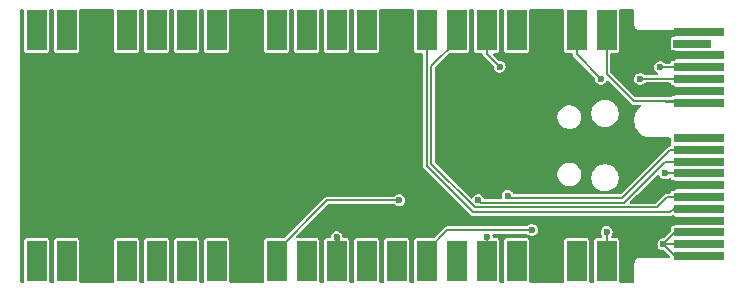
<source format=gbr>
%TF.GenerationSoftware,KiCad,Pcbnew,8.0.3*%
%TF.CreationDate,2024-06-27T21:13:00-04:00*%
%TF.ProjectId,pi-pico-mgmt-module,70692d70-6963-46f2-9d6d-676d742d6d6f,rev?*%
%TF.SameCoordinates,Original*%
%TF.FileFunction,Copper,L1,Top*%
%TF.FilePolarity,Positive*%
%FSLAX46Y46*%
G04 Gerber Fmt 4.6, Leading zero omitted, Abs format (unit mm)*
G04 Created by KiCad (PCBNEW 8.0.3) date 2024-06-27 21:13:00*
%MOMM*%
%LPD*%
G01*
G04 APERTURE LIST*
%TA.AperFunction,SMDPad,CuDef*%
%ADD10R,1.700000X3.500000*%
%TD*%
%TA.AperFunction,ConnectorPad*%
%ADD11R,4.300000X0.700000*%
%TD*%
%TA.AperFunction,ConnectorPad*%
%ADD12R,3.200000X0.700000*%
%TD*%
%TA.AperFunction,ViaPad*%
%ADD13C,0.600000*%
%TD*%
%TA.AperFunction,Conductor*%
%ADD14C,0.200000*%
%TD*%
%TA.AperFunction,Conductor*%
%ADD15C,0.400000*%
%TD*%
G04 APERTURE END LIST*
D10*
%TO.P,U1,1,GPIO0*%
%TO.N,SDA*%
X50160000Y-2250000D03*
%TO.P,U1,2,GPIO1*%
%TO.N,SCL*%
X47620000Y-2250000D03*
%TO.P,U1,3,GND*%
%TO.N,GND*%
X45080000Y-2250000D03*
%TO.P,U1,4,GPIO2*%
%TO.N,LED_DATA*%
X42540000Y-2250000D03*
%TO.P,U1,5,GPIO3*%
%TO.N,I2C_A2*%
X40000000Y-2250000D03*
%TO.P,U1,6,GPIO4*%
%TO.N,I2C_A1*%
X37460000Y-2250000D03*
%TO.P,U1,7,GPIO5*%
%TO.N,I2C_A0*%
X34920000Y-2250000D03*
%TO.P,U1,8,GND*%
%TO.N,GND*%
X32380000Y-2250000D03*
%TO.P,U1,9,GPIO6*%
%TO.N,unconnected-(U1-GPIO6-Pad9)*%
X29840000Y-2250000D03*
%TO.P,U1,10,GPIO7*%
%TO.N,unconnected-(U1-GPIO7-Pad10)*%
X27300000Y-2250000D03*
%TO.P,U1,11,GPIO8*%
%TO.N,unconnected-(U1-GPIO8-Pad11)*%
X24760000Y-2250000D03*
%TO.P,U1,12,GPIO9*%
%TO.N,unconnected-(U1-GPIO9-Pad12)*%
X22220000Y-2250000D03*
%TO.P,U1,13,GND*%
%TO.N,GND*%
X19680000Y-2250000D03*
%TO.P,U1,14,GPIO10*%
%TO.N,unconnected-(U1-GPIO10-Pad14)*%
X17140000Y-2250000D03*
%TO.P,U1,15,GPIO11*%
%TO.N,unconnected-(U1-GPIO11-Pad15)*%
X14600000Y-2250000D03*
%TO.P,U1,16,GPIO12*%
%TO.N,unconnected-(U1-GPIO12-Pad16)*%
X12060000Y-2250000D03*
%TO.P,U1,17,GPIO13*%
%TO.N,unconnected-(U1-GPIO13-Pad17)*%
X9520000Y-2250000D03*
%TO.P,U1,18,GND*%
%TO.N,GND*%
X6980000Y-2250000D03*
%TO.P,U1,19,GPIO14*%
%TO.N,unconnected-(U1-GPIO14-Pad19)*%
X4440000Y-2250000D03*
%TO.P,U1,20,GPIO15*%
%TO.N,unconnected-(U1-GPIO15-Pad20)*%
X1900000Y-2250000D03*
%TO.P,U1,21,GPIO16*%
%TO.N,WIZNET6*%
X1900000Y-21830000D03*
%TO.P,U1,22,GPIO17*%
%TO.N,WIZNET5*%
X4440000Y-21830000D03*
%TO.P,U1,23,GND*%
%TO.N,GND*%
X6980000Y-21830000D03*
%TO.P,U1,24,GPIO18*%
%TO.N,WIZNET4*%
X9520000Y-21830000D03*
%TO.P,U1,25,GPIO19*%
%TO.N,WIZNET3*%
X12060000Y-21830000D03*
%TO.P,U1,26,GPIO20*%
%TO.N,WIZNET2*%
X14600000Y-21830000D03*
%TO.P,U1,27,GPIO21*%
%TO.N,WIZNET1*%
X17140000Y-21830000D03*
%TO.P,U1,28,GND*%
%TO.N,GND*%
X19680000Y-21830000D03*
%TO.P,U1,29,GPIO22*%
%TO.N,I2C_RESET*%
X22220000Y-21830000D03*
%TO.P,U1,30,RUN*%
%TO.N,unconnected-(U1-RUN-Pad30)*%
X24760000Y-21830000D03*
%TO.P,U1,31,GPIO26_ADC0*%
%TO.N,Net-(U1-GPIO26_ADC0)*%
X27300000Y-21830000D03*
%TO.P,U1,32,GPIO27_ADC1*%
%TO.N,unconnected-(U1-GPIO27_ADC1-Pad32)*%
X29840000Y-21830000D03*
%TO.P,U1,33,AGND*%
%TO.N,unconnected-(U1-AGND-Pad33)*%
X32380000Y-21830000D03*
%TO.P,U1,34,GPIO28_ADC2*%
%TO.N,OVERLOAD*%
X34920000Y-21830000D03*
%TO.P,U1,35,ADC_VREF*%
%TO.N,unconnected-(U1-ADC_VREF-Pad35)*%
X37460000Y-21830000D03*
%TO.P,U1,36,3V3*%
%TO.N,VDD*%
X40000000Y-21830000D03*
%TO.P,U1,37,3V3_EN*%
%TO.N,unconnected-(U1-3V3_EN-Pad37)*%
X42540000Y-21830000D03*
%TO.P,U1,38,GND*%
%TO.N,GND*%
X45080000Y-21830000D03*
%TO.P,U1,39,VSYS*%
%TO.N,unconnected-(U1-VSYS-Pad39)*%
X47620000Y-21830000D03*
%TO.P,U1,40,VBUS*%
%TO.N,+5V*%
X50160000Y-21830000D03*
%TD*%
D11*
%TO.P,J1,B1,+12V*%
%TO.N,VIN*%
X57950000Y-21390000D03*
%TO.P,J1,B2,+12V*%
X57950000Y-20390000D03*
%TO.P,J1,B3,+12V*%
X57950000Y-19390000D03*
%TO.P,J1,B4,GND*%
%TO.N,GND*%
X57950000Y-18390000D03*
%TO.P,J1,B5,SMCLK*%
%TO.N,I2C_A0*%
X57950000Y-17390000D03*
%TO.P,J1,B6,SMDAT*%
%TO.N,I2C_A1*%
X57950000Y-16390000D03*
%TO.P,J1,B7,GND*%
%TO.N,GND*%
X57950000Y-15390000D03*
%TO.P,J1,B8,+3.3V*%
%TO.N,+5V*%
X57950000Y-14390000D03*
%TO.P,J1,B9,JTAG1*%
%TO.N,I2C_RESET*%
X57950000Y-13390000D03*
%TO.P,J1,B10,3.3Vaux*%
%TO.N,VDD*%
X57950000Y-12390000D03*
%TO.P,J1,B11,~{WAKE}*%
%TO.N,unconnected-(J1-~{WAKE}-PadB11)*%
X57950000Y-11390000D03*
%TO.P,J1,B12,RSVD*%
%TO.N,SDA*%
X57950000Y-8390000D03*
%TO.P,J1,B13,GND*%
%TO.N,GND*%
X57950000Y-7390000D03*
%TO.P,J1,B14,PETp0*%
%TO.N,SCL*%
X57950000Y-6390000D03*
%TO.P,J1,B15,PETn0*%
%TO.N,I2C_A2*%
X57950000Y-5390000D03*
%TO.P,J1,B16,GND*%
%TO.N,GND*%
X57950000Y-4390000D03*
D12*
%TO.P,J1,B17,~{PRSNT2}*%
%TO.N,unconnected-(J1-~{PRSNT2}-PadB17)*%
X57400000Y-3390000D03*
D11*
%TO.P,J1,B18,GND*%
%TO.N,GND*%
X57950000Y-2390000D03*
%TD*%
D13*
%TO.N,I2C_RESET*%
X39300000Y-16670000D03*
X32590000Y-16670000D03*
%TO.N,+5V*%
X55110000Y-14390000D03*
X50160000Y-19340000D03*
%TO.N,SCL*%
X49690000Y-6390000D03*
X53000000Y-6390000D03*
%TO.N,VIN*%
X54960000Y-20390000D03*
%TO.N,GND*%
X10000000Y-17000000D03*
X51170000Y-4740000D03*
X40000000Y-8000000D03*
X10000000Y-7000000D03*
X55100000Y-18400000D03*
X40000000Y-16000000D03*
X55100000Y-15600000D03*
X52360000Y-7130000D03*
%TO.N,I2C_A2*%
X54700000Y-5400000D03*
X41100000Y-5350000D03*
%TO.N,VDD*%
X40000000Y-19780000D03*
X41780000Y-16270000D03*
%TO.N,OVERLOAD*%
X43830000Y-19180000D03*
%TO.N,Net-(U1-GPIO26_ADC0)*%
X27300000Y-19800000D03*
%TD*%
D14*
%TO.N,I2C_RESET*%
X32590000Y-16670000D02*
X26480000Y-16670000D01*
X51630000Y-16870000D02*
X55110000Y-13390000D01*
X55110000Y-13390000D02*
X57950000Y-13390000D01*
X26480000Y-16670000D02*
X22220000Y-20930000D01*
X39500000Y-16870000D02*
X51630000Y-16870000D01*
X39300000Y-16670000D02*
X39500000Y-16870000D01*
%TO.N,+5V*%
X57950000Y-14390000D02*
X55110000Y-14390000D01*
X50160000Y-19340000D02*
X50160000Y-20930000D01*
%TO.N,I2C_A0*%
X38834314Y-17670000D02*
X55570000Y-17670000D01*
X55570000Y-17670000D02*
X55850000Y-17390000D01*
X34920000Y-3150000D02*
X34920000Y-13755686D01*
X55850000Y-17390000D02*
X57950000Y-17390000D01*
X34920000Y-13755686D02*
X38834314Y-17670000D01*
%TO.N,SDA*%
X50160000Y-5960000D02*
X52460000Y-8260000D01*
X52460000Y-8260000D02*
X55350000Y-8260000D01*
X50160000Y-3150000D02*
X50160000Y-5960000D01*
%TO.N,SCL*%
X47620000Y-4315000D02*
X47620000Y-3150000D01*
X49690000Y-6390000D02*
X49690000Y-6385000D01*
X49690000Y-6385000D02*
X47620000Y-4315000D01*
X57950000Y-6390000D02*
X53000000Y-6390000D01*
%TO.N,VIN*%
X55960000Y-19390000D02*
X57950000Y-19390000D01*
X54960000Y-20390000D02*
X57950000Y-20390000D01*
X55960000Y-21390000D02*
X57950000Y-21390000D01*
X54960000Y-20390000D02*
X55960000Y-21390000D01*
X54960000Y-20390000D02*
X55960000Y-19390000D01*
%TO.N,I2C_A2*%
X54710000Y-5390000D02*
X54700000Y-5400000D01*
X57950000Y-5390000D02*
X54710000Y-5390000D01*
X40000000Y-4250000D02*
X40000000Y-3150000D01*
X41100000Y-5350000D02*
X40000000Y-4250000D01*
%TO.N,VDD*%
X51464314Y-16470000D02*
X55544314Y-12390000D01*
X40000000Y-19780000D02*
X40000000Y-20930000D01*
X41980000Y-16470000D02*
X51464314Y-16470000D01*
X55544314Y-12390000D02*
X57950000Y-12390000D01*
X41780000Y-16270000D02*
X41980000Y-16470000D01*
%TO.N,I2C_A1*%
X57950000Y-16390000D02*
X55310000Y-16390000D01*
X39000000Y-17270000D02*
X35320000Y-13590000D01*
X35320000Y-13590000D02*
X35320000Y-5290000D01*
X55310000Y-16390000D02*
X54430000Y-17270000D01*
X35320000Y-5290000D02*
X37460000Y-3150000D01*
X54430000Y-17270000D02*
X39000000Y-17270000D01*
%TO.N,OVERLOAD*%
X43830000Y-19180000D02*
X36670000Y-19180000D01*
X36670000Y-19180000D02*
X34920000Y-20930000D01*
D15*
%TO.N,Net-(U1-GPIO26_ADC0)*%
X27300000Y-19800000D02*
X27300000Y-20930000D01*
%TD*%
%TA.AperFunction,Conductor*%
%TO.N,SDA*%
G36*
X56010000Y-8439500D02*
G01*
X55121500Y-8439500D01*
X55113368Y-8436132D01*
X55110000Y-8428000D01*
X55110000Y-8151500D01*
X55113368Y-8143368D01*
X55121500Y-8140000D01*
X56010000Y-8140000D01*
X56010000Y-8439500D01*
G37*
%TD.AperFunction*%
%TD*%
%TA.AperFunction,Conductor*%
%TO.N,GND*%
G36*
X792539Y-520185D02*
G01*
X838294Y-572989D01*
X849500Y-624500D01*
X849500Y-4019752D01*
X861131Y-4078229D01*
X861132Y-4078230D01*
X905447Y-4144552D01*
X971769Y-4188867D01*
X971770Y-4188868D01*
X1030247Y-4200499D01*
X1030250Y-4200500D01*
X1030252Y-4200500D01*
X2769750Y-4200500D01*
X2769751Y-4200499D01*
X2784568Y-4197552D01*
X2828229Y-4188868D01*
X2828229Y-4188867D01*
X2828231Y-4188867D01*
X2894552Y-4144552D01*
X2938867Y-4078231D01*
X2938867Y-4078229D01*
X2938868Y-4078229D01*
X2950499Y-4019752D01*
X2950500Y-4019750D01*
X2950500Y-624500D01*
X2970185Y-557461D01*
X3022989Y-511706D01*
X3074500Y-500500D01*
X3265500Y-500500D01*
X3332539Y-520185D01*
X3378294Y-572989D01*
X3389500Y-624500D01*
X3389500Y-4019752D01*
X3401131Y-4078229D01*
X3401132Y-4078230D01*
X3445447Y-4144552D01*
X3511769Y-4188867D01*
X3511770Y-4188868D01*
X3570247Y-4200499D01*
X3570250Y-4200500D01*
X3570252Y-4200500D01*
X5309750Y-4200500D01*
X5309751Y-4200499D01*
X5324568Y-4197552D01*
X5368229Y-4188868D01*
X5368229Y-4188867D01*
X5368231Y-4188867D01*
X5434552Y-4144552D01*
X5478867Y-4078231D01*
X5478867Y-4078229D01*
X5478868Y-4078229D01*
X5490499Y-4019752D01*
X5490500Y-4019750D01*
X5490500Y-624500D01*
X5510185Y-557461D01*
X5562989Y-511706D01*
X5614500Y-500500D01*
X8345500Y-500500D01*
X8412539Y-520185D01*
X8458294Y-572989D01*
X8469500Y-624500D01*
X8469500Y-4019752D01*
X8481131Y-4078229D01*
X8481132Y-4078230D01*
X8525447Y-4144552D01*
X8591769Y-4188867D01*
X8591770Y-4188868D01*
X8650247Y-4200499D01*
X8650250Y-4200500D01*
X8650252Y-4200500D01*
X10389750Y-4200500D01*
X10389751Y-4200499D01*
X10404568Y-4197552D01*
X10448229Y-4188868D01*
X10448229Y-4188867D01*
X10448231Y-4188867D01*
X10514552Y-4144552D01*
X10558867Y-4078231D01*
X10558867Y-4078229D01*
X10558868Y-4078229D01*
X10570499Y-4019752D01*
X10570500Y-4019750D01*
X10570500Y-624500D01*
X10590185Y-557461D01*
X10642989Y-511706D01*
X10694500Y-500500D01*
X10885500Y-500500D01*
X10952539Y-520185D01*
X10998294Y-572989D01*
X11009500Y-624500D01*
X11009500Y-4019752D01*
X11021131Y-4078229D01*
X11021132Y-4078230D01*
X11065447Y-4144552D01*
X11131769Y-4188867D01*
X11131770Y-4188868D01*
X11190247Y-4200499D01*
X11190250Y-4200500D01*
X11190252Y-4200500D01*
X12929750Y-4200500D01*
X12929751Y-4200499D01*
X12944568Y-4197552D01*
X12988229Y-4188868D01*
X12988229Y-4188867D01*
X12988231Y-4188867D01*
X13054552Y-4144552D01*
X13098867Y-4078231D01*
X13098867Y-4078229D01*
X13098868Y-4078229D01*
X13110499Y-4019752D01*
X13110500Y-4019750D01*
X13110500Y-624500D01*
X13130185Y-557461D01*
X13182989Y-511706D01*
X13234500Y-500500D01*
X13425500Y-500500D01*
X13492539Y-520185D01*
X13538294Y-572989D01*
X13549500Y-624500D01*
X13549500Y-4019752D01*
X13561131Y-4078229D01*
X13561132Y-4078230D01*
X13605447Y-4144552D01*
X13671769Y-4188867D01*
X13671770Y-4188868D01*
X13730247Y-4200499D01*
X13730250Y-4200500D01*
X13730252Y-4200500D01*
X15469750Y-4200500D01*
X15469751Y-4200499D01*
X15484568Y-4197552D01*
X15528229Y-4188868D01*
X15528229Y-4188867D01*
X15528231Y-4188867D01*
X15594552Y-4144552D01*
X15638867Y-4078231D01*
X15638867Y-4078229D01*
X15638868Y-4078229D01*
X15650499Y-4019752D01*
X15650500Y-4019750D01*
X15650500Y-624500D01*
X15670185Y-557461D01*
X15722989Y-511706D01*
X15774500Y-500500D01*
X15965500Y-500500D01*
X16032539Y-520185D01*
X16078294Y-572989D01*
X16089500Y-624500D01*
X16089500Y-4019752D01*
X16101131Y-4078229D01*
X16101132Y-4078230D01*
X16145447Y-4144552D01*
X16211769Y-4188867D01*
X16211770Y-4188868D01*
X16270247Y-4200499D01*
X16270250Y-4200500D01*
X16270252Y-4200500D01*
X18009750Y-4200500D01*
X18009751Y-4200499D01*
X18024568Y-4197552D01*
X18068229Y-4188868D01*
X18068229Y-4188867D01*
X18068231Y-4188867D01*
X18134552Y-4144552D01*
X18178867Y-4078231D01*
X18178867Y-4078229D01*
X18178868Y-4078229D01*
X18190499Y-4019752D01*
X18190500Y-4019750D01*
X18190500Y-624500D01*
X18210185Y-557461D01*
X18262989Y-511706D01*
X18314500Y-500500D01*
X21045500Y-500500D01*
X21112539Y-520185D01*
X21158294Y-572989D01*
X21169500Y-624500D01*
X21169500Y-4019752D01*
X21181131Y-4078229D01*
X21181132Y-4078230D01*
X21225447Y-4144552D01*
X21291769Y-4188867D01*
X21291770Y-4188868D01*
X21350247Y-4200499D01*
X21350250Y-4200500D01*
X21350252Y-4200500D01*
X23089750Y-4200500D01*
X23089751Y-4200499D01*
X23104568Y-4197552D01*
X23148229Y-4188868D01*
X23148229Y-4188867D01*
X23148231Y-4188867D01*
X23214552Y-4144552D01*
X23258867Y-4078231D01*
X23258867Y-4078229D01*
X23258868Y-4078229D01*
X23270499Y-4019752D01*
X23270500Y-4019750D01*
X23270500Y-624500D01*
X23290185Y-557461D01*
X23342989Y-511706D01*
X23394500Y-500500D01*
X23585500Y-500500D01*
X23652539Y-520185D01*
X23698294Y-572989D01*
X23709500Y-624500D01*
X23709500Y-4019752D01*
X23721131Y-4078229D01*
X23721132Y-4078230D01*
X23765447Y-4144552D01*
X23831769Y-4188867D01*
X23831770Y-4188868D01*
X23890247Y-4200499D01*
X23890250Y-4200500D01*
X23890252Y-4200500D01*
X25629750Y-4200500D01*
X25629751Y-4200499D01*
X25644568Y-4197552D01*
X25688229Y-4188868D01*
X25688229Y-4188867D01*
X25688231Y-4188867D01*
X25754552Y-4144552D01*
X25798867Y-4078231D01*
X25798867Y-4078229D01*
X25798868Y-4078229D01*
X25810499Y-4019752D01*
X25810500Y-4019750D01*
X25810500Y-624500D01*
X25830185Y-557461D01*
X25882989Y-511706D01*
X25934500Y-500500D01*
X26125500Y-500500D01*
X26192539Y-520185D01*
X26238294Y-572989D01*
X26249500Y-624500D01*
X26249500Y-4019752D01*
X26261131Y-4078229D01*
X26261132Y-4078230D01*
X26305447Y-4144552D01*
X26371769Y-4188867D01*
X26371770Y-4188868D01*
X26430247Y-4200499D01*
X26430250Y-4200500D01*
X26430252Y-4200500D01*
X28169750Y-4200500D01*
X28169751Y-4200499D01*
X28184568Y-4197552D01*
X28228229Y-4188868D01*
X28228229Y-4188867D01*
X28228231Y-4188867D01*
X28294552Y-4144552D01*
X28338867Y-4078231D01*
X28338867Y-4078229D01*
X28338868Y-4078229D01*
X28350499Y-4019752D01*
X28350500Y-4019750D01*
X28350500Y-624500D01*
X28370185Y-557461D01*
X28422989Y-511706D01*
X28474500Y-500500D01*
X28665500Y-500500D01*
X28732539Y-520185D01*
X28778294Y-572989D01*
X28789500Y-624500D01*
X28789500Y-4019752D01*
X28801131Y-4078229D01*
X28801132Y-4078230D01*
X28845447Y-4144552D01*
X28911769Y-4188867D01*
X28911770Y-4188868D01*
X28970247Y-4200499D01*
X28970250Y-4200500D01*
X28970252Y-4200500D01*
X30709750Y-4200500D01*
X30709751Y-4200499D01*
X30724568Y-4197552D01*
X30768229Y-4188868D01*
X30768229Y-4188867D01*
X30768231Y-4188867D01*
X30834552Y-4144552D01*
X30878867Y-4078231D01*
X30878867Y-4078229D01*
X30878868Y-4078229D01*
X30890499Y-4019752D01*
X30890500Y-4019750D01*
X30890500Y-624500D01*
X30910185Y-557461D01*
X30962989Y-511706D01*
X31014500Y-500500D01*
X33745500Y-500500D01*
X33812539Y-520185D01*
X33858294Y-572989D01*
X33869500Y-624500D01*
X33869500Y-4019752D01*
X33881131Y-4078229D01*
X33881132Y-4078230D01*
X33925447Y-4144552D01*
X33991769Y-4188867D01*
X33991770Y-4188868D01*
X34050247Y-4200499D01*
X34050250Y-4200500D01*
X34050252Y-4200500D01*
X34495500Y-4200500D01*
X34562539Y-4220185D01*
X34608294Y-4272989D01*
X34619500Y-4324500D01*
X34619500Y-13795248D01*
X34628067Y-13827218D01*
X34639979Y-13871677D01*
X34639981Y-13871680D01*
X34672996Y-13928862D01*
X34672997Y-13928868D01*
X34672999Y-13928868D01*
X34679538Y-13940194D01*
X34679541Y-13940199D01*
X36654843Y-15915500D01*
X38593854Y-17854511D01*
X38649803Y-17910460D01*
X38649805Y-17910461D01*
X38649809Y-17910464D01*
X38693790Y-17935856D01*
X38718325Y-17950021D01*
X38794752Y-17970500D01*
X38794754Y-17970500D01*
X55609560Y-17970500D01*
X55609562Y-17970500D01*
X55685989Y-17950021D01*
X55685997Y-17950015D01*
X55693493Y-17946912D01*
X55694482Y-17949300D01*
X55749877Y-17935856D01*
X55768175Y-17938097D01*
X55780252Y-17940500D01*
X55780254Y-17940500D01*
X55876000Y-17940500D01*
X55943039Y-17960185D01*
X55988794Y-18012989D01*
X56000000Y-18064500D01*
X56000000Y-18715500D01*
X55980315Y-18782539D01*
X55927511Y-18828294D01*
X55876000Y-18839500D01*
X55780247Y-18839500D01*
X55721770Y-18851131D01*
X55721769Y-18851132D01*
X55655447Y-18895447D01*
X55611132Y-18961769D01*
X55611131Y-18961770D01*
X55599500Y-19020247D01*
X55599500Y-19274166D01*
X55579815Y-19341205D01*
X55563181Y-19361847D01*
X55071847Y-19853181D01*
X55010524Y-19886666D01*
X54984166Y-19889500D01*
X54888036Y-19889500D01*
X54749949Y-19930045D01*
X54628873Y-20007856D01*
X54534623Y-20116626D01*
X54534622Y-20116628D01*
X54474834Y-20247543D01*
X54454353Y-20390000D01*
X54474834Y-20532456D01*
X54534622Y-20663371D01*
X54534623Y-20663373D01*
X54628872Y-20772143D01*
X54749947Y-20849953D01*
X54749950Y-20849954D01*
X54749949Y-20849954D01*
X54857107Y-20881417D01*
X54886336Y-20890000D01*
X54888036Y-20890499D01*
X54888038Y-20890500D01*
X54984167Y-20890500D01*
X55051206Y-20910185D01*
X55071848Y-20926819D01*
X55472848Y-21327819D01*
X55506333Y-21389142D01*
X55501349Y-21458834D01*
X55459477Y-21514767D01*
X55394013Y-21539184D01*
X55385167Y-21539500D01*
X52934108Y-21539500D01*
X52806812Y-21573608D01*
X52692686Y-21639500D01*
X52692683Y-21639502D01*
X52599502Y-21732683D01*
X52599500Y-21732686D01*
X52533608Y-21846812D01*
X52499500Y-21974108D01*
X52499500Y-23515500D01*
X52479815Y-23582539D01*
X52427011Y-23628294D01*
X52375500Y-23639500D01*
X51334500Y-23639500D01*
X51267461Y-23619815D01*
X51221706Y-23567011D01*
X51210500Y-23515500D01*
X51210500Y-20060249D01*
X51210499Y-20060247D01*
X51198868Y-20001770D01*
X51198867Y-20001769D01*
X51154552Y-19935447D01*
X51088230Y-19891132D01*
X51088229Y-19891131D01*
X51029752Y-19879500D01*
X51029748Y-19879500D01*
X50626299Y-19879500D01*
X50559260Y-19859815D01*
X50513505Y-19807011D01*
X50503561Y-19737853D01*
X50532586Y-19674297D01*
X50585377Y-19613373D01*
X50645165Y-19482457D01*
X50665647Y-19340000D01*
X50645165Y-19197543D01*
X50585377Y-19066627D01*
X50491128Y-18957857D01*
X50370053Y-18880047D01*
X50370051Y-18880046D01*
X50370049Y-18880045D01*
X50370050Y-18880045D01*
X50231963Y-18839500D01*
X50231961Y-18839500D01*
X50088039Y-18839500D01*
X50088036Y-18839500D01*
X49949949Y-18880045D01*
X49828873Y-18957856D01*
X49734623Y-19066626D01*
X49734622Y-19066628D01*
X49674834Y-19197543D01*
X49654353Y-19340000D01*
X49674834Y-19482456D01*
X49695007Y-19526627D01*
X49734623Y-19613373D01*
X49781800Y-19667819D01*
X49787414Y-19674297D01*
X49816439Y-19737853D01*
X49806495Y-19807012D01*
X49760740Y-19859816D01*
X49693701Y-19879500D01*
X49290247Y-19879500D01*
X49231770Y-19891131D01*
X49231769Y-19891132D01*
X49165447Y-19935447D01*
X49121132Y-20001769D01*
X49121131Y-20001770D01*
X49109500Y-20060247D01*
X49109500Y-23515500D01*
X49089815Y-23582539D01*
X49037011Y-23628294D01*
X48985500Y-23639500D01*
X48794500Y-23639500D01*
X48727461Y-23619815D01*
X48681706Y-23567011D01*
X48670500Y-23515500D01*
X48670500Y-20060249D01*
X48670499Y-20060247D01*
X48658868Y-20001770D01*
X48658867Y-20001769D01*
X48614552Y-19935447D01*
X48548230Y-19891132D01*
X48548229Y-19891131D01*
X48489752Y-19879500D01*
X48489748Y-19879500D01*
X46750252Y-19879500D01*
X46750247Y-19879500D01*
X46691770Y-19891131D01*
X46691769Y-19891132D01*
X46625447Y-19935447D01*
X46581132Y-20001769D01*
X46581131Y-20001770D01*
X46569500Y-20060247D01*
X46569500Y-23515500D01*
X46549815Y-23582539D01*
X46497011Y-23628294D01*
X46445500Y-23639500D01*
X43714500Y-23639500D01*
X43647461Y-23619815D01*
X43601706Y-23567011D01*
X43590500Y-23515500D01*
X43590500Y-20060249D01*
X43590499Y-20060247D01*
X43578868Y-20001770D01*
X43578867Y-20001769D01*
X43534552Y-19935447D01*
X43468230Y-19891132D01*
X43468229Y-19891131D01*
X43409752Y-19879500D01*
X43409748Y-19879500D01*
X41670252Y-19879500D01*
X41670247Y-19879500D01*
X41611770Y-19891131D01*
X41611769Y-19891132D01*
X41545447Y-19935447D01*
X41501132Y-20001769D01*
X41501131Y-20001770D01*
X41489500Y-20060247D01*
X41489500Y-23515500D01*
X41469815Y-23582539D01*
X41417011Y-23628294D01*
X41365500Y-23639500D01*
X41174500Y-23639500D01*
X41107461Y-23619815D01*
X41061706Y-23567011D01*
X41050500Y-23515500D01*
X41050500Y-20060249D01*
X41050499Y-20060247D01*
X41038868Y-20001770D01*
X41038867Y-20001769D01*
X40994552Y-19935447D01*
X40928230Y-19891132D01*
X40928229Y-19891131D01*
X40869752Y-19879500D01*
X40869748Y-19879500D01*
X40627400Y-19879500D01*
X40560361Y-19859815D01*
X40514606Y-19807011D01*
X40504662Y-19773147D01*
X40483903Y-19628765D01*
X40485720Y-19628503D01*
X40485722Y-19569562D01*
X40523498Y-19510785D01*
X40587055Y-19481762D01*
X40604698Y-19480500D01*
X43371499Y-19480500D01*
X43438538Y-19500185D01*
X43465211Y-19523296D01*
X43498872Y-19562143D01*
X43619947Y-19639953D01*
X43619950Y-19639954D01*
X43619949Y-19639954D01*
X43758036Y-19680499D01*
X43758038Y-19680500D01*
X43758039Y-19680500D01*
X43901962Y-19680500D01*
X43901962Y-19680499D01*
X44040053Y-19639953D01*
X44161128Y-19562143D01*
X44255377Y-19453373D01*
X44315165Y-19322457D01*
X44335647Y-19180000D01*
X44315165Y-19037543D01*
X44255377Y-18906627D01*
X44161128Y-18797857D01*
X44040053Y-18720047D01*
X44040051Y-18720046D01*
X44040049Y-18720045D01*
X44040050Y-18720045D01*
X43901963Y-18679500D01*
X43901961Y-18679500D01*
X43758039Y-18679500D01*
X43758036Y-18679500D01*
X43619949Y-18720045D01*
X43498873Y-18797856D01*
X43465212Y-18836703D01*
X43406433Y-18874477D01*
X43371499Y-18879500D01*
X36630438Y-18879500D01*
X36554010Y-18899978D01*
X36485489Y-18939540D01*
X36485486Y-18939542D01*
X35581848Y-19843181D01*
X35520525Y-19876666D01*
X35494167Y-19879500D01*
X34050247Y-19879500D01*
X33991770Y-19891131D01*
X33991769Y-19891132D01*
X33925447Y-19935447D01*
X33881132Y-20001769D01*
X33881131Y-20001770D01*
X33869500Y-20060247D01*
X33869500Y-23515500D01*
X33849815Y-23582539D01*
X33797011Y-23628294D01*
X33745500Y-23639500D01*
X33554500Y-23639500D01*
X33487461Y-23619815D01*
X33441706Y-23567011D01*
X33430500Y-23515500D01*
X33430500Y-20060249D01*
X33430499Y-20060247D01*
X33418868Y-20001770D01*
X33418867Y-20001769D01*
X33374552Y-19935447D01*
X33308230Y-19891132D01*
X33308229Y-19891131D01*
X33249752Y-19879500D01*
X33249748Y-19879500D01*
X31510252Y-19879500D01*
X31510247Y-19879500D01*
X31451770Y-19891131D01*
X31451769Y-19891132D01*
X31385447Y-19935447D01*
X31341132Y-20001769D01*
X31341131Y-20001770D01*
X31329500Y-20060247D01*
X31329500Y-23515500D01*
X31309815Y-23582539D01*
X31257011Y-23628294D01*
X31205500Y-23639500D01*
X31014500Y-23639500D01*
X30947461Y-23619815D01*
X30901706Y-23567011D01*
X30890500Y-23515500D01*
X30890500Y-20060249D01*
X30890499Y-20060247D01*
X30878868Y-20001770D01*
X30878867Y-20001769D01*
X30834552Y-19935447D01*
X30768230Y-19891132D01*
X30768229Y-19891131D01*
X30709752Y-19879500D01*
X30709748Y-19879500D01*
X28970252Y-19879500D01*
X28970247Y-19879500D01*
X28911770Y-19891131D01*
X28911769Y-19891132D01*
X28845447Y-19935447D01*
X28801132Y-20001769D01*
X28801131Y-20001770D01*
X28789500Y-20060247D01*
X28789500Y-23515500D01*
X28769815Y-23582539D01*
X28717011Y-23628294D01*
X28665500Y-23639500D01*
X28474500Y-23639500D01*
X28407461Y-23619815D01*
X28361706Y-23567011D01*
X28350500Y-23515500D01*
X28350500Y-20060249D01*
X28350499Y-20060247D01*
X28338868Y-20001770D01*
X28338867Y-20001769D01*
X28294552Y-19935447D01*
X28228230Y-19891132D01*
X28228229Y-19891131D01*
X28169752Y-19879500D01*
X28169748Y-19879500D01*
X27924524Y-19879500D01*
X27857485Y-19859815D01*
X27811730Y-19807011D01*
X27801786Y-19773147D01*
X27785165Y-19657543D01*
X27744985Y-19569562D01*
X27725377Y-19526627D01*
X27631128Y-19417857D01*
X27510053Y-19340047D01*
X27510051Y-19340046D01*
X27510049Y-19340045D01*
X27510050Y-19340045D01*
X27371963Y-19299500D01*
X27371961Y-19299500D01*
X27228039Y-19299500D01*
X27228036Y-19299500D01*
X27089949Y-19340045D01*
X26968873Y-19417856D01*
X26874623Y-19526626D01*
X26874622Y-19526628D01*
X26814834Y-19657543D01*
X26798214Y-19773147D01*
X26769189Y-19836702D01*
X26710411Y-19874477D01*
X26675476Y-19879500D01*
X26430247Y-19879500D01*
X26371770Y-19891131D01*
X26371769Y-19891132D01*
X26305447Y-19935447D01*
X26261132Y-20001769D01*
X26261131Y-20001770D01*
X26249500Y-20060247D01*
X26249500Y-23515500D01*
X26229815Y-23582539D01*
X26177011Y-23628294D01*
X26125500Y-23639500D01*
X25934500Y-23639500D01*
X25867461Y-23619815D01*
X25821706Y-23567011D01*
X25810500Y-23515500D01*
X25810500Y-20060249D01*
X25810499Y-20060247D01*
X25798868Y-20001770D01*
X25798867Y-20001769D01*
X25754552Y-19935447D01*
X25688230Y-19891132D01*
X25688229Y-19891131D01*
X25629752Y-19879500D01*
X25629748Y-19879500D01*
X23994833Y-19879500D01*
X23927794Y-19859815D01*
X23882039Y-19807011D01*
X23872095Y-19737853D01*
X23901120Y-19674297D01*
X23907152Y-19667819D01*
X26568152Y-17006819D01*
X26629475Y-16973334D01*
X26655833Y-16970500D01*
X32131499Y-16970500D01*
X32198538Y-16990185D01*
X32225211Y-17013296D01*
X32258872Y-17052143D01*
X32379947Y-17129953D01*
X32379950Y-17129954D01*
X32379949Y-17129954D01*
X32518036Y-17170499D01*
X32518038Y-17170500D01*
X32518039Y-17170500D01*
X32661962Y-17170500D01*
X32661962Y-17170499D01*
X32800053Y-17129953D01*
X32921128Y-17052143D01*
X33015377Y-16943373D01*
X33075165Y-16812457D01*
X33095647Y-16670000D01*
X33075165Y-16527543D01*
X33015377Y-16396627D01*
X32921128Y-16287857D01*
X32800053Y-16210047D01*
X32800051Y-16210046D01*
X32800049Y-16210045D01*
X32800050Y-16210045D01*
X32661963Y-16169500D01*
X32661961Y-16169500D01*
X32518039Y-16169500D01*
X32518036Y-16169500D01*
X32379949Y-16210045D01*
X32258873Y-16287856D01*
X32225212Y-16326703D01*
X32166433Y-16364477D01*
X32131499Y-16369500D01*
X26440438Y-16369500D01*
X26364010Y-16389978D01*
X26295489Y-16429540D01*
X26295486Y-16429542D01*
X22881848Y-19843181D01*
X22820525Y-19876666D01*
X22794167Y-19879500D01*
X21350247Y-19879500D01*
X21291770Y-19891131D01*
X21291769Y-19891132D01*
X21225447Y-19935447D01*
X21181132Y-20001769D01*
X21181131Y-20001770D01*
X21169500Y-20060247D01*
X21169500Y-23515500D01*
X21149815Y-23582539D01*
X21097011Y-23628294D01*
X21045500Y-23639500D01*
X18314500Y-23639500D01*
X18247461Y-23619815D01*
X18201706Y-23567011D01*
X18190500Y-23515500D01*
X18190500Y-20060249D01*
X18190499Y-20060247D01*
X18178868Y-20001770D01*
X18178867Y-20001769D01*
X18134552Y-19935447D01*
X18068230Y-19891132D01*
X18068229Y-19891131D01*
X18009752Y-19879500D01*
X18009748Y-19879500D01*
X16270252Y-19879500D01*
X16270247Y-19879500D01*
X16211770Y-19891131D01*
X16211769Y-19891132D01*
X16145447Y-19935447D01*
X16101132Y-20001769D01*
X16101131Y-20001770D01*
X16089500Y-20060247D01*
X16089500Y-23515500D01*
X16069815Y-23582539D01*
X16017011Y-23628294D01*
X15965500Y-23639500D01*
X15774500Y-23639500D01*
X15707461Y-23619815D01*
X15661706Y-23567011D01*
X15650500Y-23515500D01*
X15650500Y-20060249D01*
X15650499Y-20060247D01*
X15638868Y-20001770D01*
X15638867Y-20001769D01*
X15594552Y-19935447D01*
X15528230Y-19891132D01*
X15528229Y-19891131D01*
X15469752Y-19879500D01*
X15469748Y-19879500D01*
X13730252Y-19879500D01*
X13730247Y-19879500D01*
X13671770Y-19891131D01*
X13671769Y-19891132D01*
X13605447Y-19935447D01*
X13561132Y-20001769D01*
X13561131Y-20001770D01*
X13549500Y-20060247D01*
X13549500Y-23515500D01*
X13529815Y-23582539D01*
X13477011Y-23628294D01*
X13425500Y-23639500D01*
X13234500Y-23639500D01*
X13167461Y-23619815D01*
X13121706Y-23567011D01*
X13110500Y-23515500D01*
X13110500Y-20060249D01*
X13110499Y-20060247D01*
X13098868Y-20001770D01*
X13098867Y-20001769D01*
X13054552Y-19935447D01*
X12988230Y-19891132D01*
X12988229Y-19891131D01*
X12929752Y-19879500D01*
X12929748Y-19879500D01*
X11190252Y-19879500D01*
X11190247Y-19879500D01*
X11131770Y-19891131D01*
X11131769Y-19891132D01*
X11065447Y-19935447D01*
X11021132Y-20001769D01*
X11021131Y-20001770D01*
X11009500Y-20060247D01*
X11009500Y-23515500D01*
X10989815Y-23582539D01*
X10937011Y-23628294D01*
X10885500Y-23639500D01*
X10694500Y-23639500D01*
X10627461Y-23619815D01*
X10581706Y-23567011D01*
X10570500Y-23515500D01*
X10570500Y-20060249D01*
X10570499Y-20060247D01*
X10558868Y-20001770D01*
X10558867Y-20001769D01*
X10514552Y-19935447D01*
X10448230Y-19891132D01*
X10448229Y-19891131D01*
X10389752Y-19879500D01*
X10389748Y-19879500D01*
X8650252Y-19879500D01*
X8650247Y-19879500D01*
X8591770Y-19891131D01*
X8591769Y-19891132D01*
X8525447Y-19935447D01*
X8481132Y-20001769D01*
X8481131Y-20001770D01*
X8469500Y-20060247D01*
X8469500Y-23515500D01*
X8449815Y-23582539D01*
X8397011Y-23628294D01*
X8345500Y-23639500D01*
X5614500Y-23639500D01*
X5547461Y-23619815D01*
X5501706Y-23567011D01*
X5490500Y-23515500D01*
X5490500Y-20060249D01*
X5490499Y-20060247D01*
X5478868Y-20001770D01*
X5478867Y-20001769D01*
X5434552Y-19935447D01*
X5368230Y-19891132D01*
X5368229Y-19891131D01*
X5309752Y-19879500D01*
X5309748Y-19879500D01*
X3570252Y-19879500D01*
X3570247Y-19879500D01*
X3511770Y-19891131D01*
X3511769Y-19891132D01*
X3445447Y-19935447D01*
X3401132Y-20001769D01*
X3401131Y-20001770D01*
X3389500Y-20060247D01*
X3389500Y-23515500D01*
X3369815Y-23582539D01*
X3317011Y-23628294D01*
X3265500Y-23639500D01*
X3074500Y-23639500D01*
X3007461Y-23619815D01*
X2961706Y-23567011D01*
X2950500Y-23515500D01*
X2950500Y-20060249D01*
X2950499Y-20060247D01*
X2938868Y-20001770D01*
X2938867Y-20001769D01*
X2894552Y-19935447D01*
X2828230Y-19891132D01*
X2828229Y-19891131D01*
X2769752Y-19879500D01*
X2769748Y-19879500D01*
X1030252Y-19879500D01*
X1030247Y-19879500D01*
X971770Y-19891131D01*
X971769Y-19891132D01*
X905447Y-19935447D01*
X861132Y-20001769D01*
X861131Y-20001770D01*
X849500Y-20060247D01*
X849500Y-23515500D01*
X829815Y-23582539D01*
X777011Y-23628294D01*
X725500Y-23639500D01*
X624500Y-23639500D01*
X557461Y-23619815D01*
X511706Y-23567011D01*
X500500Y-23515500D01*
X500500Y-624500D01*
X520185Y-557461D01*
X572989Y-511706D01*
X624500Y-500500D01*
X725500Y-500500D01*
X792539Y-520185D01*
G37*
%TD.AperFunction*%
%TA.AperFunction,Conductor*%
G36*
X54556730Y-14470753D02*
G01*
X54612663Y-14512625D01*
X54626188Y-14535419D01*
X54684623Y-14663373D01*
X54778872Y-14772143D01*
X54899947Y-14849953D01*
X54899950Y-14849954D01*
X54899949Y-14849954D01*
X55038036Y-14890499D01*
X55038038Y-14890500D01*
X55038039Y-14890500D01*
X55181962Y-14890500D01*
X55181962Y-14890499D01*
X55320050Y-14849954D01*
X55320051Y-14849954D01*
X55320053Y-14849953D01*
X55436048Y-14775407D01*
X55503087Y-14755723D01*
X55570126Y-14775407D01*
X55606189Y-14810832D01*
X55655447Y-14884552D01*
X55721769Y-14928867D01*
X55721770Y-14928868D01*
X55780247Y-14940499D01*
X55780250Y-14940500D01*
X55876000Y-14940500D01*
X55943039Y-14960185D01*
X55988794Y-15012989D01*
X56000000Y-15064500D01*
X56000000Y-15715500D01*
X55980315Y-15782539D01*
X55927511Y-15828294D01*
X55876000Y-15839500D01*
X55780247Y-15839500D01*
X55721770Y-15851131D01*
X55721769Y-15851132D01*
X55655447Y-15895447D01*
X55611132Y-15961769D01*
X55611132Y-15961770D01*
X55605578Y-15989692D01*
X55573193Y-16051603D01*
X55512477Y-16086177D01*
X55483961Y-16089500D01*
X55270438Y-16089500D01*
X55232224Y-16099739D01*
X55194009Y-16109979D01*
X55194008Y-16109980D01*
X55133879Y-16144696D01*
X55125492Y-16149538D01*
X55125486Y-16149542D01*
X54341848Y-16933181D01*
X54280525Y-16966666D01*
X54254167Y-16969500D01*
X52254833Y-16969500D01*
X52187794Y-16949815D01*
X52142039Y-16897011D01*
X52132095Y-16827853D01*
X52161120Y-16764297D01*
X52167152Y-16757819D01*
X52714926Y-16210045D01*
X54425717Y-14499252D01*
X54487038Y-14465769D01*
X54556730Y-14470753D01*
G37*
%TD.AperFunction*%
%TA.AperFunction,Conductor*%
G36*
X38892539Y-520185D02*
G01*
X38938294Y-572989D01*
X38949500Y-624500D01*
X38949500Y-4019752D01*
X38961131Y-4078229D01*
X38961132Y-4078230D01*
X39005447Y-4144552D01*
X39071769Y-4188867D01*
X39071770Y-4188868D01*
X39130247Y-4200499D01*
X39130250Y-4200500D01*
X39130252Y-4200500D01*
X39580488Y-4200500D01*
X39647527Y-4220185D01*
X39693282Y-4272989D01*
X39700259Y-4292395D01*
X39715590Y-4349611D01*
X39719979Y-4365990D01*
X39719980Y-4365991D01*
X39757506Y-4430988D01*
X39757508Y-4430991D01*
X39759539Y-4434510D01*
X40560604Y-5235575D01*
X40594089Y-5296898D01*
X40595661Y-5340902D01*
X40594353Y-5349999D01*
X40614834Y-5492456D01*
X40637669Y-5542456D01*
X40674623Y-5623373D01*
X40768872Y-5732143D01*
X40889947Y-5809953D01*
X40889950Y-5809954D01*
X40889949Y-5809954D01*
X41028036Y-5850499D01*
X41028038Y-5850500D01*
X41028039Y-5850500D01*
X41171962Y-5850500D01*
X41171962Y-5850499D01*
X41310053Y-5809953D01*
X41431128Y-5732143D01*
X41525377Y-5623373D01*
X41585165Y-5492457D01*
X41605647Y-5350000D01*
X41585165Y-5207543D01*
X41525377Y-5076627D01*
X41431128Y-4967857D01*
X41310053Y-4890047D01*
X41310051Y-4890046D01*
X41310049Y-4890045D01*
X41310050Y-4890045D01*
X41171963Y-4849500D01*
X41171961Y-4849500D01*
X41075833Y-4849500D01*
X41008794Y-4829815D01*
X40988152Y-4813181D01*
X40587152Y-4412181D01*
X40553667Y-4350858D01*
X40558651Y-4281166D01*
X40600523Y-4225233D01*
X40665987Y-4200816D01*
X40674833Y-4200500D01*
X40869750Y-4200500D01*
X40869751Y-4200499D01*
X40884568Y-4197552D01*
X40928229Y-4188868D01*
X40928229Y-4188867D01*
X40928231Y-4188867D01*
X40994552Y-4144552D01*
X41038867Y-4078231D01*
X41038867Y-4078229D01*
X41038868Y-4078229D01*
X41050499Y-4019752D01*
X41050500Y-4019750D01*
X41050500Y-624500D01*
X41070185Y-557461D01*
X41122989Y-511706D01*
X41174500Y-500500D01*
X41365500Y-500500D01*
X41432539Y-520185D01*
X41478294Y-572989D01*
X41489500Y-624500D01*
X41489500Y-4019752D01*
X41501131Y-4078229D01*
X41501132Y-4078230D01*
X41545447Y-4144552D01*
X41611769Y-4188867D01*
X41611770Y-4188868D01*
X41670247Y-4200499D01*
X41670250Y-4200500D01*
X41670252Y-4200500D01*
X43409750Y-4200500D01*
X43409751Y-4200499D01*
X43424568Y-4197552D01*
X43468229Y-4188868D01*
X43468229Y-4188867D01*
X43468231Y-4188867D01*
X43534552Y-4144552D01*
X43578867Y-4078231D01*
X43578867Y-4078229D01*
X43578868Y-4078229D01*
X43590499Y-4019752D01*
X43590500Y-4019750D01*
X43590500Y-624500D01*
X43610185Y-557461D01*
X43662989Y-511706D01*
X43714500Y-500500D01*
X46445500Y-500500D01*
X46512539Y-520185D01*
X46558294Y-572989D01*
X46569500Y-624500D01*
X46569500Y-4019752D01*
X46581131Y-4078229D01*
X46581132Y-4078230D01*
X46625447Y-4144552D01*
X46691769Y-4188867D01*
X46691770Y-4188868D01*
X46750247Y-4200499D01*
X46750250Y-4200500D01*
X46750252Y-4200500D01*
X47195500Y-4200500D01*
X47262539Y-4220185D01*
X47308294Y-4272989D01*
X47319500Y-4324500D01*
X47319500Y-4354562D01*
X47339979Y-4430988D01*
X47339982Y-4430995D01*
X47379535Y-4499504D01*
X47379541Y-4499512D01*
X49151232Y-6271203D01*
X49184717Y-6332526D01*
X49186290Y-6376526D01*
X49184353Y-6390000D01*
X49204834Y-6532456D01*
X49264622Y-6663371D01*
X49264623Y-6663373D01*
X49358872Y-6772143D01*
X49479947Y-6849953D01*
X49479950Y-6849954D01*
X49479949Y-6849954D01*
X49618036Y-6890499D01*
X49618038Y-6890500D01*
X49618039Y-6890500D01*
X49761962Y-6890500D01*
X49761962Y-6890499D01*
X49900053Y-6849953D01*
X50021128Y-6772143D01*
X50115377Y-6663373D01*
X50142459Y-6604070D01*
X50188212Y-6551270D01*
X50255251Y-6531585D01*
X50322291Y-6551269D01*
X50342933Y-6567904D01*
X52219540Y-8444511D01*
X52275489Y-8500460D01*
X52275491Y-8500461D01*
X52275495Y-8500464D01*
X52343109Y-8539500D01*
X52344011Y-8540021D01*
X52420438Y-8560500D01*
X52930530Y-8560500D01*
X52997569Y-8580185D01*
X53043324Y-8632989D01*
X53053268Y-8702147D01*
X53024243Y-8765703D01*
X53008504Y-8780148D01*
X53008768Y-8780457D01*
X53005060Y-8783623D01*
X52843622Y-8945061D01*
X52709421Y-9129771D01*
X52605770Y-9333196D01*
X52535215Y-9550339D01*
X52499500Y-9775837D01*
X52499500Y-10004162D01*
X52535215Y-10229660D01*
X52605770Y-10446803D01*
X52672136Y-10577052D01*
X52709421Y-10650228D01*
X52843621Y-10834937D01*
X53005063Y-10996379D01*
X53189772Y-11130579D01*
X53285884Y-11179550D01*
X53393196Y-11234229D01*
X53393198Y-11234229D01*
X53393201Y-11234231D01*
X53509592Y-11272049D01*
X53610339Y-11304784D01*
X53835838Y-11340500D01*
X53835843Y-11340500D01*
X53884108Y-11340500D01*
X55475500Y-11340500D01*
X55542539Y-11360185D01*
X55588294Y-11412989D01*
X55599500Y-11464500D01*
X55599500Y-11759752D01*
X55611131Y-11818229D01*
X55611132Y-11818231D01*
X55613058Y-11821113D01*
X55615322Y-11828344D01*
X55615806Y-11829513D01*
X55615701Y-11829556D01*
X55633933Y-11887791D01*
X55615446Y-11955171D01*
X55613058Y-11958887D01*
X55611132Y-11961768D01*
X55611132Y-11961769D01*
X55605237Y-11991405D01*
X55572851Y-12053316D01*
X55512135Y-12087889D01*
X55507788Y-12088686D01*
X55428323Y-12109979D01*
X55428318Y-12109982D01*
X55359809Y-12149535D01*
X55359801Y-12149541D01*
X51376162Y-16133181D01*
X51314839Y-16166666D01*
X51288481Y-16169500D01*
X42364016Y-16169500D01*
X42296977Y-16149815D01*
X42251222Y-16097012D01*
X42205377Y-15996628D01*
X42205376Y-15996626D01*
X42175173Y-15961770D01*
X42111128Y-15887857D01*
X41990053Y-15810047D01*
X41990051Y-15810046D01*
X41990049Y-15810045D01*
X41990050Y-15810045D01*
X41851963Y-15769500D01*
X41851961Y-15769500D01*
X41708039Y-15769500D01*
X41708036Y-15769500D01*
X41569949Y-15810045D01*
X41448873Y-15887856D01*
X41354623Y-15996626D01*
X41354622Y-15996628D01*
X41294834Y-16127543D01*
X41274353Y-16270000D01*
X41296097Y-16421235D01*
X41294279Y-16421496D01*
X41294278Y-16480438D01*
X41256502Y-16539215D01*
X41192945Y-16568238D01*
X41175302Y-16569500D01*
X39884016Y-16569500D01*
X39816977Y-16549815D01*
X39771222Y-16497012D01*
X39725377Y-16396628D01*
X39725376Y-16396626D01*
X39631128Y-16287857D01*
X39510053Y-16210047D01*
X39510051Y-16210046D01*
X39510049Y-16210045D01*
X39510050Y-16210045D01*
X39371963Y-16169500D01*
X39371961Y-16169500D01*
X39228039Y-16169500D01*
X39228036Y-16169500D01*
X39089949Y-16210045D01*
X38968873Y-16287856D01*
X38874623Y-16396626D01*
X38847541Y-16455927D01*
X38801785Y-16508730D01*
X38734746Y-16528414D01*
X38667706Y-16508729D01*
X38647066Y-16492095D01*
X36718514Y-14563543D01*
X45999499Y-14563543D01*
X46037947Y-14756829D01*
X46037950Y-14756839D01*
X46113364Y-14938907D01*
X46113371Y-14938920D01*
X46222860Y-15102781D01*
X46222863Y-15102785D01*
X46362214Y-15242136D01*
X46362218Y-15242139D01*
X46526079Y-15351628D01*
X46526092Y-15351635D01*
X46708160Y-15427049D01*
X46708165Y-15427051D01*
X46708169Y-15427051D01*
X46708170Y-15427052D01*
X46901456Y-15465500D01*
X46901459Y-15465500D01*
X47098543Y-15465500D01*
X47228582Y-15439632D01*
X47291835Y-15427051D01*
X47473914Y-15351632D01*
X47637782Y-15242139D01*
X47777139Y-15102782D01*
X47886632Y-14938914D01*
X47962051Y-14756835D01*
X47978439Y-14674448D01*
X48879500Y-14674448D01*
X48879500Y-14855551D01*
X48907829Y-15034410D01*
X48963787Y-15206636D01*
X48963788Y-15206639D01*
X49046006Y-15367997D01*
X49152441Y-15514494D01*
X49152445Y-15514499D01*
X49280500Y-15642554D01*
X49280505Y-15642558D01*
X49380902Y-15715500D01*
X49427006Y-15748996D01*
X49532484Y-15802740D01*
X49588360Y-15831211D01*
X49588363Y-15831212D01*
X49674476Y-15859191D01*
X49760591Y-15887171D01*
X49843429Y-15900291D01*
X49939449Y-15915500D01*
X49939454Y-15915500D01*
X50120551Y-15915500D01*
X50207259Y-15901765D01*
X50299409Y-15887171D01*
X50471639Y-15831211D01*
X50632994Y-15748996D01*
X50779501Y-15642553D01*
X50907553Y-15514501D01*
X51013996Y-15367994D01*
X51096211Y-15206639D01*
X51152171Y-15034409D01*
X51175906Y-14884552D01*
X51180500Y-14855551D01*
X51180500Y-14674448D01*
X51162933Y-14563541D01*
X51152171Y-14495591D01*
X51096211Y-14323361D01*
X51096211Y-14323360D01*
X51019684Y-14173170D01*
X51013996Y-14162006D01*
X50961318Y-14089500D01*
X50907558Y-14015505D01*
X50907554Y-14015500D01*
X50779499Y-13887445D01*
X50779494Y-13887441D01*
X50632997Y-13781006D01*
X50632996Y-13781005D01*
X50632994Y-13781004D01*
X50581300Y-13754664D01*
X50471639Y-13698788D01*
X50471636Y-13698787D01*
X50299410Y-13642829D01*
X50120551Y-13614500D01*
X50120546Y-13614500D01*
X49939454Y-13614500D01*
X49939449Y-13614500D01*
X49760589Y-13642829D01*
X49588363Y-13698787D01*
X49588360Y-13698788D01*
X49427002Y-13781006D01*
X49280505Y-13887441D01*
X49280500Y-13887445D01*
X49152445Y-14015500D01*
X49152441Y-14015505D01*
X49046006Y-14162002D01*
X48963788Y-14323360D01*
X48963787Y-14323363D01*
X48907829Y-14495589D01*
X48879500Y-14674448D01*
X47978439Y-14674448D01*
X48000500Y-14563541D01*
X48000500Y-14366459D01*
X48000500Y-14366456D01*
X47962052Y-14173170D01*
X47962051Y-14173169D01*
X47962051Y-14173165D01*
X47896745Y-14015500D01*
X47886635Y-13991092D01*
X47886628Y-13991079D01*
X47777139Y-13827218D01*
X47777136Y-13827214D01*
X47637785Y-13687863D01*
X47637781Y-13687860D01*
X47473920Y-13578371D01*
X47473907Y-13578364D01*
X47291839Y-13502950D01*
X47291829Y-13502947D01*
X47098543Y-13464500D01*
X47098541Y-13464500D01*
X46901459Y-13464500D01*
X46901457Y-13464500D01*
X46708170Y-13502947D01*
X46708160Y-13502950D01*
X46526092Y-13578364D01*
X46526079Y-13578371D01*
X46362218Y-13687860D01*
X46362214Y-13687863D01*
X46222863Y-13827214D01*
X46222860Y-13827218D01*
X46113371Y-13991079D01*
X46113364Y-13991092D01*
X46037950Y-14173160D01*
X46037947Y-14173170D01*
X45999500Y-14366456D01*
X45999500Y-14366459D01*
X45999500Y-14563541D01*
X45999500Y-14563543D01*
X45999499Y-14563543D01*
X36718514Y-14563543D01*
X35656819Y-13501848D01*
X35623334Y-13440525D01*
X35620500Y-13414167D01*
X35620500Y-9713543D01*
X45999499Y-9713543D01*
X46037947Y-9906829D01*
X46037950Y-9906839D01*
X46113364Y-10088907D01*
X46113371Y-10088920D01*
X46222860Y-10252781D01*
X46222863Y-10252785D01*
X46362214Y-10392136D01*
X46362218Y-10392139D01*
X46526079Y-10501628D01*
X46526092Y-10501635D01*
X46708160Y-10577049D01*
X46708165Y-10577051D01*
X46708169Y-10577051D01*
X46708170Y-10577052D01*
X46901456Y-10615500D01*
X46901459Y-10615500D01*
X47098543Y-10615500D01*
X47228582Y-10589632D01*
X47291835Y-10577051D01*
X47473914Y-10501632D01*
X47637782Y-10392139D01*
X47777139Y-10252782D01*
X47886632Y-10088914D01*
X47962051Y-9906835D01*
X47988107Y-9775843D01*
X48000500Y-9713543D01*
X48000500Y-9516456D01*
X47962052Y-9323170D01*
X47962051Y-9323169D01*
X47962051Y-9323165D01*
X47921164Y-9224454D01*
X47921162Y-9224448D01*
X48879500Y-9224448D01*
X48879500Y-9405551D01*
X48907829Y-9584410D01*
X48963787Y-9756636D01*
X48963788Y-9756639D01*
X49019664Y-9866300D01*
X49040320Y-9906839D01*
X49046006Y-9917997D01*
X49152441Y-10064494D01*
X49152445Y-10064499D01*
X49280500Y-10192554D01*
X49280505Y-10192558D01*
X49399866Y-10279278D01*
X49427006Y-10298996D01*
X49532484Y-10352740D01*
X49588360Y-10381211D01*
X49588363Y-10381212D01*
X49621985Y-10392136D01*
X49760591Y-10437171D01*
X49843429Y-10450291D01*
X49939449Y-10465500D01*
X49939454Y-10465500D01*
X50120551Y-10465500D01*
X50207259Y-10451765D01*
X50299409Y-10437171D01*
X50471639Y-10381211D01*
X50632994Y-10298996D01*
X50779501Y-10192553D01*
X50907553Y-10064501D01*
X51013996Y-9917994D01*
X51096211Y-9756639D01*
X51152171Y-9584409D01*
X51174964Y-9440500D01*
X51180500Y-9405551D01*
X51180500Y-9224448D01*
X51164019Y-9120397D01*
X51152171Y-9045591D01*
X51096211Y-8873361D01*
X51096211Y-8873360D01*
X51050486Y-8783621D01*
X51013996Y-8712006D01*
X50971089Y-8652949D01*
X50907558Y-8565505D01*
X50907554Y-8565500D01*
X50779499Y-8437445D01*
X50779494Y-8437441D01*
X50632997Y-8331006D01*
X50632996Y-8331005D01*
X50632994Y-8331004D01*
X50581300Y-8304664D01*
X50471639Y-8248788D01*
X50471636Y-8248787D01*
X50299410Y-8192829D01*
X50120551Y-8164500D01*
X50120546Y-8164500D01*
X49939454Y-8164500D01*
X49939449Y-8164500D01*
X49760589Y-8192829D01*
X49588363Y-8248787D01*
X49588360Y-8248788D01*
X49427002Y-8331006D01*
X49280505Y-8437441D01*
X49280500Y-8437445D01*
X49152445Y-8565500D01*
X49152441Y-8565505D01*
X49046006Y-8712002D01*
X48963788Y-8873360D01*
X48963787Y-8873363D01*
X48907829Y-9045589D01*
X48879500Y-9224448D01*
X47921162Y-9224448D01*
X47886635Y-9141092D01*
X47886628Y-9141079D01*
X47777139Y-8977218D01*
X47777136Y-8977214D01*
X47637785Y-8837863D01*
X47637781Y-8837860D01*
X47473920Y-8728371D01*
X47473907Y-8728364D01*
X47291839Y-8652950D01*
X47291829Y-8652947D01*
X47098543Y-8614500D01*
X47098541Y-8614500D01*
X46901459Y-8614500D01*
X46901457Y-8614500D01*
X46708170Y-8652947D01*
X46708160Y-8652950D01*
X46526092Y-8728364D01*
X46526079Y-8728371D01*
X46362218Y-8837860D01*
X46362214Y-8837863D01*
X46222863Y-8977214D01*
X46222860Y-8977218D01*
X46113371Y-9141079D01*
X46113364Y-9141092D01*
X46037950Y-9323160D01*
X46037947Y-9323170D01*
X45999500Y-9516456D01*
X45999500Y-9516459D01*
X45999500Y-9713541D01*
X45999500Y-9713543D01*
X45999499Y-9713543D01*
X35620500Y-9713543D01*
X35620500Y-5465833D01*
X35640185Y-5398794D01*
X35656819Y-5378152D01*
X36798152Y-4236819D01*
X36859475Y-4203334D01*
X36885833Y-4200500D01*
X38329750Y-4200500D01*
X38329751Y-4200499D01*
X38344568Y-4197552D01*
X38388229Y-4188868D01*
X38388229Y-4188867D01*
X38388231Y-4188867D01*
X38454552Y-4144552D01*
X38498867Y-4078231D01*
X38498867Y-4078229D01*
X38498868Y-4078229D01*
X38510499Y-4019752D01*
X38510500Y-4019750D01*
X38510500Y-624500D01*
X38530185Y-557461D01*
X38582989Y-511706D01*
X38634500Y-500500D01*
X38825500Y-500500D01*
X38892539Y-520185D01*
G37*
%TD.AperFunction*%
%TA.AperFunction,Conductor*%
G36*
X52442539Y-520185D02*
G01*
X52488294Y-572989D01*
X52499500Y-624500D01*
X52499500Y-1805891D01*
X52533608Y-1933187D01*
X52566554Y-1990250D01*
X52599500Y-2047314D01*
X52692686Y-2140500D01*
X52806814Y-2206392D01*
X52934108Y-2240500D01*
X52934110Y-2240500D01*
X55876000Y-2240500D01*
X55943039Y-2260185D01*
X55988794Y-2312989D01*
X56000000Y-2364500D01*
X56000000Y-2715500D01*
X55980315Y-2782539D01*
X55927511Y-2828294D01*
X55876000Y-2839500D01*
X55780247Y-2839500D01*
X55721770Y-2851131D01*
X55721769Y-2851132D01*
X55655447Y-2895447D01*
X55611132Y-2961769D01*
X55611131Y-2961770D01*
X55599500Y-3020247D01*
X55599500Y-3759752D01*
X55611131Y-3818229D01*
X55611132Y-3818230D01*
X55655447Y-3884552D01*
X55721769Y-3928867D01*
X55721770Y-3928868D01*
X55780247Y-3940499D01*
X55780250Y-3940500D01*
X55876000Y-3940500D01*
X55943039Y-3960185D01*
X55988794Y-4012989D01*
X56000000Y-4064500D01*
X56000000Y-4715500D01*
X55980315Y-4782539D01*
X55927511Y-4828294D01*
X55876000Y-4839500D01*
X55780247Y-4839500D01*
X55721770Y-4851131D01*
X55721769Y-4851132D01*
X55655447Y-4895447D01*
X55611132Y-4961769D01*
X55611132Y-4961770D01*
X55605578Y-4989692D01*
X55573193Y-5051603D01*
X55512477Y-5086177D01*
X55483961Y-5089500D01*
X55149836Y-5089500D01*
X55082797Y-5069815D01*
X55056124Y-5046703D01*
X55031130Y-5017859D01*
X55031129Y-5017858D01*
X55031128Y-5017857D01*
X54910053Y-4940047D01*
X54910051Y-4940046D01*
X54910049Y-4940045D01*
X54910050Y-4940045D01*
X54771963Y-4899500D01*
X54771961Y-4899500D01*
X54628039Y-4899500D01*
X54628036Y-4899500D01*
X54489949Y-4940045D01*
X54368873Y-5017856D01*
X54274623Y-5126626D01*
X54274622Y-5126628D01*
X54214834Y-5257543D01*
X54194353Y-5400000D01*
X54214834Y-5542456D01*
X54274622Y-5673371D01*
X54274623Y-5673373D01*
X54368872Y-5782143D01*
X54489947Y-5859953D01*
X54491863Y-5861184D01*
X54537618Y-5913988D01*
X54547562Y-5983147D01*
X54518537Y-6046703D01*
X54459759Y-6084477D01*
X54424824Y-6089500D01*
X53458501Y-6089500D01*
X53391462Y-6069815D01*
X53364788Y-6046703D01*
X53331128Y-6007857D01*
X53210053Y-5930047D01*
X53210051Y-5930046D01*
X53210049Y-5930045D01*
X53210050Y-5930045D01*
X53071963Y-5889500D01*
X53071961Y-5889500D01*
X52928039Y-5889500D01*
X52928036Y-5889500D01*
X52789949Y-5930045D01*
X52668873Y-6007856D01*
X52574623Y-6116626D01*
X52574622Y-6116628D01*
X52514834Y-6247543D01*
X52494353Y-6390000D01*
X52514834Y-6532456D01*
X52574622Y-6663371D01*
X52574623Y-6663373D01*
X52668872Y-6772143D01*
X52789947Y-6849953D01*
X52789950Y-6849954D01*
X52789949Y-6849954D01*
X52928036Y-6890499D01*
X52928038Y-6890500D01*
X52928039Y-6890500D01*
X53071962Y-6890500D01*
X53071962Y-6890499D01*
X53210053Y-6849953D01*
X53331128Y-6772143D01*
X53364788Y-6733296D01*
X53423567Y-6695523D01*
X53458501Y-6690500D01*
X55483961Y-6690500D01*
X55551000Y-6710185D01*
X55596755Y-6762989D01*
X55605578Y-6790308D01*
X55611132Y-6818229D01*
X55611132Y-6818230D01*
X55655447Y-6884552D01*
X55721769Y-6928867D01*
X55721770Y-6928868D01*
X55780247Y-6940499D01*
X55780250Y-6940500D01*
X55876000Y-6940500D01*
X55943039Y-6960185D01*
X55988794Y-7012989D01*
X56000000Y-7064500D01*
X56000000Y-7715500D01*
X55980315Y-7782539D01*
X55927511Y-7828294D01*
X55876000Y-7839500D01*
X55780247Y-7839500D01*
X55721770Y-7851131D01*
X55721769Y-7851132D01*
X55655446Y-7895448D01*
X55652714Y-7898181D01*
X55591391Y-7931666D01*
X55565033Y-7934500D01*
X55121500Y-7934500D01*
X55095288Y-7939713D01*
X55042864Y-7950140D01*
X55037036Y-7951908D01*
X55036850Y-7951295D01*
X54995603Y-7959500D01*
X52635833Y-7959500D01*
X52568794Y-7939815D01*
X52548152Y-7923181D01*
X50496819Y-5871848D01*
X50463334Y-5810525D01*
X50460500Y-5784167D01*
X50460500Y-4324500D01*
X50480185Y-4257461D01*
X50532989Y-4211706D01*
X50584500Y-4200500D01*
X51029750Y-4200500D01*
X51029751Y-4200499D01*
X51044568Y-4197552D01*
X51088229Y-4188868D01*
X51088229Y-4188867D01*
X51088231Y-4188867D01*
X51154552Y-4144552D01*
X51198867Y-4078231D01*
X51198867Y-4078229D01*
X51198868Y-4078229D01*
X51210499Y-4019752D01*
X51210500Y-4019750D01*
X51210500Y-624500D01*
X51230185Y-557461D01*
X51282989Y-511706D01*
X51334500Y-500500D01*
X52375500Y-500500D01*
X52442539Y-520185D01*
G37*
%TD.AperFunction*%
%TD*%
M02*

</source>
